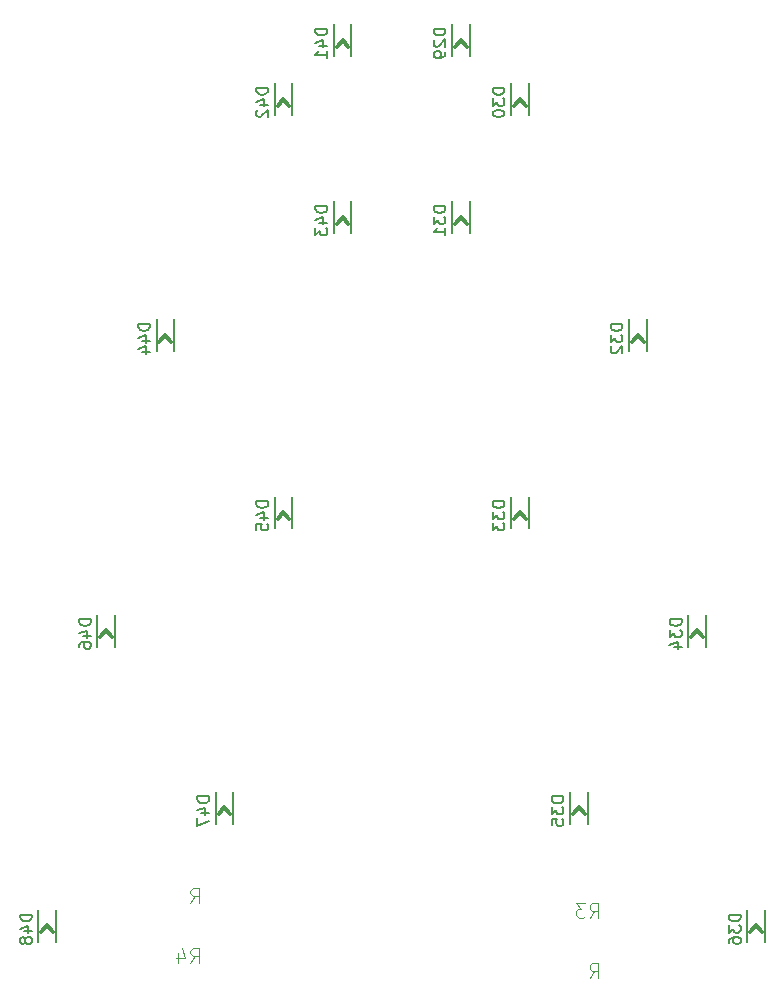
<source format=gbr>
G04 #@! TF.FileFunction,Legend,Bot*
%FSLAX46Y46*%
G04 Gerber Fmt 4.6, Leading zero omitted, Abs format (unit mm)*
G04 Created by KiCad (PCBNEW 4.0.4-stable) date 12/14/16 08:21:57*
%MOMM*%
%LPD*%
G01*
G04 APERTURE LIST*
%ADD10C,0.100000*%
%ADD11C,0.300000*%
%ADD12C,0.150000*%
%ADD13C,0.101600*%
G04 APERTURE END LIST*
D10*
D11*
X55000000Y-14700000D02*
X55500000Y-15300000D01*
X55000000Y-14700000D02*
X54500000Y-15300000D01*
D12*
X55750000Y-13400000D02*
X55750000Y-16100000D01*
X54250000Y-13400000D02*
X54250000Y-16100000D01*
D11*
X60000000Y-19700000D02*
X60500000Y-20300000D01*
X60000000Y-19700000D02*
X59500000Y-20300000D01*
D12*
X60750000Y-18400000D02*
X60750000Y-21100000D01*
X59250000Y-18400000D02*
X59250000Y-21100000D01*
D11*
X55000000Y-29700000D02*
X55500000Y-30300000D01*
X55000000Y-29700000D02*
X54500000Y-30300000D01*
D12*
X55750000Y-28400000D02*
X55750000Y-31100000D01*
X54250000Y-28400000D02*
X54250000Y-31100000D01*
D11*
X70000000Y-39700000D02*
X70500000Y-40300000D01*
X70000000Y-39700000D02*
X69500000Y-40300000D01*
D12*
X70750000Y-38400000D02*
X70750000Y-41100000D01*
X69250000Y-38400000D02*
X69250000Y-41100000D01*
D11*
X60000000Y-54700000D02*
X60500000Y-55300000D01*
X60000000Y-54700000D02*
X59500000Y-55300000D01*
D12*
X60750000Y-53400000D02*
X60750000Y-56100000D01*
X59250000Y-53400000D02*
X59250000Y-56100000D01*
D11*
X75000000Y-64700000D02*
X75500000Y-65300000D01*
X75000000Y-64700000D02*
X74500000Y-65300000D01*
D12*
X75750000Y-63400000D02*
X75750000Y-66100000D01*
X74250000Y-63400000D02*
X74250000Y-66100000D01*
D11*
X65000000Y-79700000D02*
X65500000Y-80300000D01*
X65000000Y-79700000D02*
X64500000Y-80300000D01*
D12*
X65750000Y-78400000D02*
X65750000Y-81100000D01*
X64250000Y-78400000D02*
X64250000Y-81100000D01*
D11*
X80000000Y-89700000D02*
X80500000Y-90300000D01*
X80000000Y-89700000D02*
X79500000Y-90300000D01*
D12*
X80750000Y-88400000D02*
X80750000Y-91100000D01*
X79250000Y-88400000D02*
X79250000Y-91100000D01*
D11*
X45000000Y-14700000D02*
X45500000Y-15300000D01*
X45000000Y-14700000D02*
X44500000Y-15300000D01*
D12*
X45750000Y-13400000D02*
X45750000Y-16100000D01*
X44250000Y-13400000D02*
X44250000Y-16100000D01*
D11*
X40000000Y-19700000D02*
X40500000Y-20300000D01*
X40000000Y-19700000D02*
X39500000Y-20300000D01*
D12*
X40750000Y-18400000D02*
X40750000Y-21100000D01*
X39250000Y-18400000D02*
X39250000Y-21100000D01*
D11*
X45000000Y-29700000D02*
X45500000Y-30300000D01*
X45000000Y-29700000D02*
X44500000Y-30300000D01*
D12*
X45750000Y-28400000D02*
X45750000Y-31100000D01*
X44250000Y-28400000D02*
X44250000Y-31100000D01*
D11*
X30000000Y-39700000D02*
X30500000Y-40300000D01*
X30000000Y-39700000D02*
X29500000Y-40300000D01*
D12*
X30750000Y-38400000D02*
X30750000Y-41100000D01*
X29250000Y-38400000D02*
X29250000Y-41100000D01*
D11*
X40000000Y-54700000D02*
X40500000Y-55300000D01*
X40000000Y-54700000D02*
X39500000Y-55300000D01*
D12*
X40750000Y-53400000D02*
X40750000Y-56100000D01*
X39250000Y-53400000D02*
X39250000Y-56100000D01*
D11*
X25000000Y-64700000D02*
X25500000Y-65300000D01*
X25000000Y-64700000D02*
X24500000Y-65300000D01*
D12*
X25750000Y-63400000D02*
X25750000Y-66100000D01*
X24250000Y-63400000D02*
X24250000Y-66100000D01*
D11*
X35000000Y-79700000D02*
X35500000Y-80300000D01*
X35000000Y-79700000D02*
X34500000Y-80300000D01*
D12*
X35750000Y-78400000D02*
X35750000Y-81100000D01*
X34250000Y-78400000D02*
X34250000Y-81100000D01*
D11*
X20000000Y-89700000D02*
X20500000Y-90300000D01*
X20000000Y-89700000D02*
X19500000Y-90300000D01*
D12*
X20750000Y-88400000D02*
X20750000Y-91100000D01*
X19250000Y-88400000D02*
X19250000Y-91100000D01*
X53702381Y-13785714D02*
X52702381Y-13785714D01*
X52702381Y-14023809D01*
X52750000Y-14166667D01*
X52845238Y-14261905D01*
X52940476Y-14309524D01*
X53130952Y-14357143D01*
X53273810Y-14357143D01*
X53464286Y-14309524D01*
X53559524Y-14261905D01*
X53654762Y-14166667D01*
X53702381Y-14023809D01*
X53702381Y-13785714D01*
X52797619Y-14738095D02*
X52750000Y-14785714D01*
X52702381Y-14880952D01*
X52702381Y-15119048D01*
X52750000Y-15214286D01*
X52797619Y-15261905D01*
X52892857Y-15309524D01*
X52988095Y-15309524D01*
X53130952Y-15261905D01*
X53702381Y-14690476D01*
X53702381Y-15309524D01*
X53702381Y-15785714D02*
X53702381Y-15976190D01*
X53654762Y-16071429D01*
X53607143Y-16119048D01*
X53464286Y-16214286D01*
X53273810Y-16261905D01*
X52892857Y-16261905D01*
X52797619Y-16214286D01*
X52750000Y-16166667D01*
X52702381Y-16071429D01*
X52702381Y-15880952D01*
X52750000Y-15785714D01*
X52797619Y-15738095D01*
X52892857Y-15690476D01*
X53130952Y-15690476D01*
X53226190Y-15738095D01*
X53273810Y-15785714D01*
X53321429Y-15880952D01*
X53321429Y-16071429D01*
X53273810Y-16166667D01*
X53226190Y-16214286D01*
X53130952Y-16261905D01*
X58702381Y-18785714D02*
X57702381Y-18785714D01*
X57702381Y-19023809D01*
X57750000Y-19166667D01*
X57845238Y-19261905D01*
X57940476Y-19309524D01*
X58130952Y-19357143D01*
X58273810Y-19357143D01*
X58464286Y-19309524D01*
X58559524Y-19261905D01*
X58654762Y-19166667D01*
X58702381Y-19023809D01*
X58702381Y-18785714D01*
X57702381Y-19690476D02*
X57702381Y-20309524D01*
X58083333Y-19976190D01*
X58083333Y-20119048D01*
X58130952Y-20214286D01*
X58178571Y-20261905D01*
X58273810Y-20309524D01*
X58511905Y-20309524D01*
X58607143Y-20261905D01*
X58654762Y-20214286D01*
X58702381Y-20119048D01*
X58702381Y-19833333D01*
X58654762Y-19738095D01*
X58607143Y-19690476D01*
X57702381Y-20928571D02*
X57702381Y-21023810D01*
X57750000Y-21119048D01*
X57797619Y-21166667D01*
X57892857Y-21214286D01*
X58083333Y-21261905D01*
X58321429Y-21261905D01*
X58511905Y-21214286D01*
X58607143Y-21166667D01*
X58654762Y-21119048D01*
X58702381Y-21023810D01*
X58702381Y-20928571D01*
X58654762Y-20833333D01*
X58607143Y-20785714D01*
X58511905Y-20738095D01*
X58321429Y-20690476D01*
X58083333Y-20690476D01*
X57892857Y-20738095D01*
X57797619Y-20785714D01*
X57750000Y-20833333D01*
X57702381Y-20928571D01*
X53702381Y-28785714D02*
X52702381Y-28785714D01*
X52702381Y-29023809D01*
X52750000Y-29166667D01*
X52845238Y-29261905D01*
X52940476Y-29309524D01*
X53130952Y-29357143D01*
X53273810Y-29357143D01*
X53464286Y-29309524D01*
X53559524Y-29261905D01*
X53654762Y-29166667D01*
X53702381Y-29023809D01*
X53702381Y-28785714D01*
X52702381Y-29690476D02*
X52702381Y-30309524D01*
X53083333Y-29976190D01*
X53083333Y-30119048D01*
X53130952Y-30214286D01*
X53178571Y-30261905D01*
X53273810Y-30309524D01*
X53511905Y-30309524D01*
X53607143Y-30261905D01*
X53654762Y-30214286D01*
X53702381Y-30119048D01*
X53702381Y-29833333D01*
X53654762Y-29738095D01*
X53607143Y-29690476D01*
X53702381Y-31261905D02*
X53702381Y-30690476D01*
X53702381Y-30976190D02*
X52702381Y-30976190D01*
X52845238Y-30880952D01*
X52940476Y-30785714D01*
X52988095Y-30690476D01*
X68702381Y-38785714D02*
X67702381Y-38785714D01*
X67702381Y-39023809D01*
X67750000Y-39166667D01*
X67845238Y-39261905D01*
X67940476Y-39309524D01*
X68130952Y-39357143D01*
X68273810Y-39357143D01*
X68464286Y-39309524D01*
X68559524Y-39261905D01*
X68654762Y-39166667D01*
X68702381Y-39023809D01*
X68702381Y-38785714D01*
X67702381Y-39690476D02*
X67702381Y-40309524D01*
X68083333Y-39976190D01*
X68083333Y-40119048D01*
X68130952Y-40214286D01*
X68178571Y-40261905D01*
X68273810Y-40309524D01*
X68511905Y-40309524D01*
X68607143Y-40261905D01*
X68654762Y-40214286D01*
X68702381Y-40119048D01*
X68702381Y-39833333D01*
X68654762Y-39738095D01*
X68607143Y-39690476D01*
X67797619Y-40690476D02*
X67750000Y-40738095D01*
X67702381Y-40833333D01*
X67702381Y-41071429D01*
X67750000Y-41166667D01*
X67797619Y-41214286D01*
X67892857Y-41261905D01*
X67988095Y-41261905D01*
X68130952Y-41214286D01*
X68702381Y-40642857D01*
X68702381Y-41261905D01*
X58702381Y-53785714D02*
X57702381Y-53785714D01*
X57702381Y-54023809D01*
X57750000Y-54166667D01*
X57845238Y-54261905D01*
X57940476Y-54309524D01*
X58130952Y-54357143D01*
X58273810Y-54357143D01*
X58464286Y-54309524D01*
X58559524Y-54261905D01*
X58654762Y-54166667D01*
X58702381Y-54023809D01*
X58702381Y-53785714D01*
X57702381Y-54690476D02*
X57702381Y-55309524D01*
X58083333Y-54976190D01*
X58083333Y-55119048D01*
X58130952Y-55214286D01*
X58178571Y-55261905D01*
X58273810Y-55309524D01*
X58511905Y-55309524D01*
X58607143Y-55261905D01*
X58654762Y-55214286D01*
X58702381Y-55119048D01*
X58702381Y-54833333D01*
X58654762Y-54738095D01*
X58607143Y-54690476D01*
X57702381Y-55642857D02*
X57702381Y-56261905D01*
X58083333Y-55928571D01*
X58083333Y-56071429D01*
X58130952Y-56166667D01*
X58178571Y-56214286D01*
X58273810Y-56261905D01*
X58511905Y-56261905D01*
X58607143Y-56214286D01*
X58654762Y-56166667D01*
X58702381Y-56071429D01*
X58702381Y-55785714D01*
X58654762Y-55690476D01*
X58607143Y-55642857D01*
X73702381Y-63785714D02*
X72702381Y-63785714D01*
X72702381Y-64023809D01*
X72750000Y-64166667D01*
X72845238Y-64261905D01*
X72940476Y-64309524D01*
X73130952Y-64357143D01*
X73273810Y-64357143D01*
X73464286Y-64309524D01*
X73559524Y-64261905D01*
X73654762Y-64166667D01*
X73702381Y-64023809D01*
X73702381Y-63785714D01*
X72702381Y-64690476D02*
X72702381Y-65309524D01*
X73083333Y-64976190D01*
X73083333Y-65119048D01*
X73130952Y-65214286D01*
X73178571Y-65261905D01*
X73273810Y-65309524D01*
X73511905Y-65309524D01*
X73607143Y-65261905D01*
X73654762Y-65214286D01*
X73702381Y-65119048D01*
X73702381Y-64833333D01*
X73654762Y-64738095D01*
X73607143Y-64690476D01*
X73035714Y-66166667D02*
X73702381Y-66166667D01*
X72654762Y-65928571D02*
X73369048Y-65690476D01*
X73369048Y-66309524D01*
X63702381Y-78785714D02*
X62702381Y-78785714D01*
X62702381Y-79023809D01*
X62750000Y-79166667D01*
X62845238Y-79261905D01*
X62940476Y-79309524D01*
X63130952Y-79357143D01*
X63273810Y-79357143D01*
X63464286Y-79309524D01*
X63559524Y-79261905D01*
X63654762Y-79166667D01*
X63702381Y-79023809D01*
X63702381Y-78785714D01*
X62702381Y-79690476D02*
X62702381Y-80309524D01*
X63083333Y-79976190D01*
X63083333Y-80119048D01*
X63130952Y-80214286D01*
X63178571Y-80261905D01*
X63273810Y-80309524D01*
X63511905Y-80309524D01*
X63607143Y-80261905D01*
X63654762Y-80214286D01*
X63702381Y-80119048D01*
X63702381Y-79833333D01*
X63654762Y-79738095D01*
X63607143Y-79690476D01*
X62702381Y-81214286D02*
X62702381Y-80738095D01*
X63178571Y-80690476D01*
X63130952Y-80738095D01*
X63083333Y-80833333D01*
X63083333Y-81071429D01*
X63130952Y-81166667D01*
X63178571Y-81214286D01*
X63273810Y-81261905D01*
X63511905Y-81261905D01*
X63607143Y-81214286D01*
X63654762Y-81166667D01*
X63702381Y-81071429D01*
X63702381Y-80833333D01*
X63654762Y-80738095D01*
X63607143Y-80690476D01*
X78702381Y-88785714D02*
X77702381Y-88785714D01*
X77702381Y-89023809D01*
X77750000Y-89166667D01*
X77845238Y-89261905D01*
X77940476Y-89309524D01*
X78130952Y-89357143D01*
X78273810Y-89357143D01*
X78464286Y-89309524D01*
X78559524Y-89261905D01*
X78654762Y-89166667D01*
X78702381Y-89023809D01*
X78702381Y-88785714D01*
X77702381Y-89690476D02*
X77702381Y-90309524D01*
X78083333Y-89976190D01*
X78083333Y-90119048D01*
X78130952Y-90214286D01*
X78178571Y-90261905D01*
X78273810Y-90309524D01*
X78511905Y-90309524D01*
X78607143Y-90261905D01*
X78654762Y-90214286D01*
X78702381Y-90119048D01*
X78702381Y-89833333D01*
X78654762Y-89738095D01*
X78607143Y-89690476D01*
X77702381Y-91166667D02*
X77702381Y-90976190D01*
X77750000Y-90880952D01*
X77797619Y-90833333D01*
X77940476Y-90738095D01*
X78130952Y-90690476D01*
X78511905Y-90690476D01*
X78607143Y-90738095D01*
X78654762Y-90785714D01*
X78702381Y-90880952D01*
X78702381Y-91071429D01*
X78654762Y-91166667D01*
X78607143Y-91214286D01*
X78511905Y-91261905D01*
X78273810Y-91261905D01*
X78178571Y-91214286D01*
X78130952Y-91166667D01*
X78083333Y-91071429D01*
X78083333Y-90880952D01*
X78130952Y-90785714D01*
X78178571Y-90738095D01*
X78273810Y-90690476D01*
X43702381Y-13785714D02*
X42702381Y-13785714D01*
X42702381Y-14023809D01*
X42750000Y-14166667D01*
X42845238Y-14261905D01*
X42940476Y-14309524D01*
X43130952Y-14357143D01*
X43273810Y-14357143D01*
X43464286Y-14309524D01*
X43559524Y-14261905D01*
X43654762Y-14166667D01*
X43702381Y-14023809D01*
X43702381Y-13785714D01*
X43035714Y-15214286D02*
X43702381Y-15214286D01*
X42654762Y-14976190D02*
X43369048Y-14738095D01*
X43369048Y-15357143D01*
X43702381Y-16261905D02*
X43702381Y-15690476D01*
X43702381Y-15976190D02*
X42702381Y-15976190D01*
X42845238Y-15880952D01*
X42940476Y-15785714D01*
X42988095Y-15690476D01*
X38702381Y-18785714D02*
X37702381Y-18785714D01*
X37702381Y-19023809D01*
X37750000Y-19166667D01*
X37845238Y-19261905D01*
X37940476Y-19309524D01*
X38130952Y-19357143D01*
X38273810Y-19357143D01*
X38464286Y-19309524D01*
X38559524Y-19261905D01*
X38654762Y-19166667D01*
X38702381Y-19023809D01*
X38702381Y-18785714D01*
X38035714Y-20214286D02*
X38702381Y-20214286D01*
X37654762Y-19976190D02*
X38369048Y-19738095D01*
X38369048Y-20357143D01*
X37797619Y-20690476D02*
X37750000Y-20738095D01*
X37702381Y-20833333D01*
X37702381Y-21071429D01*
X37750000Y-21166667D01*
X37797619Y-21214286D01*
X37892857Y-21261905D01*
X37988095Y-21261905D01*
X38130952Y-21214286D01*
X38702381Y-20642857D01*
X38702381Y-21261905D01*
X43702381Y-28785714D02*
X42702381Y-28785714D01*
X42702381Y-29023809D01*
X42750000Y-29166667D01*
X42845238Y-29261905D01*
X42940476Y-29309524D01*
X43130952Y-29357143D01*
X43273810Y-29357143D01*
X43464286Y-29309524D01*
X43559524Y-29261905D01*
X43654762Y-29166667D01*
X43702381Y-29023809D01*
X43702381Y-28785714D01*
X43035714Y-30214286D02*
X43702381Y-30214286D01*
X42654762Y-29976190D02*
X43369048Y-29738095D01*
X43369048Y-30357143D01*
X42702381Y-30642857D02*
X42702381Y-31261905D01*
X43083333Y-30928571D01*
X43083333Y-31071429D01*
X43130952Y-31166667D01*
X43178571Y-31214286D01*
X43273810Y-31261905D01*
X43511905Y-31261905D01*
X43607143Y-31214286D01*
X43654762Y-31166667D01*
X43702381Y-31071429D01*
X43702381Y-30785714D01*
X43654762Y-30690476D01*
X43607143Y-30642857D01*
X28702381Y-38785714D02*
X27702381Y-38785714D01*
X27702381Y-39023809D01*
X27750000Y-39166667D01*
X27845238Y-39261905D01*
X27940476Y-39309524D01*
X28130952Y-39357143D01*
X28273810Y-39357143D01*
X28464286Y-39309524D01*
X28559524Y-39261905D01*
X28654762Y-39166667D01*
X28702381Y-39023809D01*
X28702381Y-38785714D01*
X28035714Y-40214286D02*
X28702381Y-40214286D01*
X27654762Y-39976190D02*
X28369048Y-39738095D01*
X28369048Y-40357143D01*
X28035714Y-41166667D02*
X28702381Y-41166667D01*
X27654762Y-40928571D02*
X28369048Y-40690476D01*
X28369048Y-41309524D01*
X38702381Y-53785714D02*
X37702381Y-53785714D01*
X37702381Y-54023809D01*
X37750000Y-54166667D01*
X37845238Y-54261905D01*
X37940476Y-54309524D01*
X38130952Y-54357143D01*
X38273810Y-54357143D01*
X38464286Y-54309524D01*
X38559524Y-54261905D01*
X38654762Y-54166667D01*
X38702381Y-54023809D01*
X38702381Y-53785714D01*
X38035714Y-55214286D02*
X38702381Y-55214286D01*
X37654762Y-54976190D02*
X38369048Y-54738095D01*
X38369048Y-55357143D01*
X37702381Y-56214286D02*
X37702381Y-55738095D01*
X38178571Y-55690476D01*
X38130952Y-55738095D01*
X38083333Y-55833333D01*
X38083333Y-56071429D01*
X38130952Y-56166667D01*
X38178571Y-56214286D01*
X38273810Y-56261905D01*
X38511905Y-56261905D01*
X38607143Y-56214286D01*
X38654762Y-56166667D01*
X38702381Y-56071429D01*
X38702381Y-55833333D01*
X38654762Y-55738095D01*
X38607143Y-55690476D01*
X23702381Y-63785714D02*
X22702381Y-63785714D01*
X22702381Y-64023809D01*
X22750000Y-64166667D01*
X22845238Y-64261905D01*
X22940476Y-64309524D01*
X23130952Y-64357143D01*
X23273810Y-64357143D01*
X23464286Y-64309524D01*
X23559524Y-64261905D01*
X23654762Y-64166667D01*
X23702381Y-64023809D01*
X23702381Y-63785714D01*
X23035714Y-65214286D02*
X23702381Y-65214286D01*
X22654762Y-64976190D02*
X23369048Y-64738095D01*
X23369048Y-65357143D01*
X22702381Y-66166667D02*
X22702381Y-65976190D01*
X22750000Y-65880952D01*
X22797619Y-65833333D01*
X22940476Y-65738095D01*
X23130952Y-65690476D01*
X23511905Y-65690476D01*
X23607143Y-65738095D01*
X23654762Y-65785714D01*
X23702381Y-65880952D01*
X23702381Y-66071429D01*
X23654762Y-66166667D01*
X23607143Y-66214286D01*
X23511905Y-66261905D01*
X23273810Y-66261905D01*
X23178571Y-66214286D01*
X23130952Y-66166667D01*
X23083333Y-66071429D01*
X23083333Y-65880952D01*
X23130952Y-65785714D01*
X23178571Y-65738095D01*
X23273810Y-65690476D01*
X33702381Y-78785714D02*
X32702381Y-78785714D01*
X32702381Y-79023809D01*
X32750000Y-79166667D01*
X32845238Y-79261905D01*
X32940476Y-79309524D01*
X33130952Y-79357143D01*
X33273810Y-79357143D01*
X33464286Y-79309524D01*
X33559524Y-79261905D01*
X33654762Y-79166667D01*
X33702381Y-79023809D01*
X33702381Y-78785714D01*
X33035714Y-80214286D02*
X33702381Y-80214286D01*
X32654762Y-79976190D02*
X33369048Y-79738095D01*
X33369048Y-80357143D01*
X32702381Y-80642857D02*
X32702381Y-81309524D01*
X33702381Y-80880952D01*
X18702381Y-88785714D02*
X17702381Y-88785714D01*
X17702381Y-89023809D01*
X17750000Y-89166667D01*
X17845238Y-89261905D01*
X17940476Y-89309524D01*
X18130952Y-89357143D01*
X18273810Y-89357143D01*
X18464286Y-89309524D01*
X18559524Y-89261905D01*
X18654762Y-89166667D01*
X18702381Y-89023809D01*
X18702381Y-88785714D01*
X18035714Y-90214286D02*
X18702381Y-90214286D01*
X17654762Y-89976190D02*
X18369048Y-89738095D01*
X18369048Y-90357143D01*
X18130952Y-90880952D02*
X18083333Y-90785714D01*
X18035714Y-90738095D01*
X17940476Y-90690476D01*
X17892857Y-90690476D01*
X17797619Y-90738095D01*
X17750000Y-90785714D01*
X17702381Y-90880952D01*
X17702381Y-91071429D01*
X17750000Y-91166667D01*
X17797619Y-91214286D01*
X17892857Y-91261905D01*
X17940476Y-91261905D01*
X18035714Y-91214286D01*
X18083333Y-91166667D01*
X18130952Y-91071429D01*
X18130952Y-90880952D01*
X18178571Y-90785714D01*
X18226190Y-90738095D01*
X18321429Y-90690476D01*
X18511905Y-90690476D01*
X18607143Y-90738095D01*
X18654762Y-90785714D01*
X18702381Y-90880952D01*
X18702381Y-91071429D01*
X18654762Y-91166667D01*
X18607143Y-91214286D01*
X18511905Y-91261905D01*
X18321429Y-91261905D01*
X18226190Y-91214286D01*
X18178571Y-91166667D01*
X18130952Y-91071429D01*
D13*
X65928310Y-89037548D02*
X66330476Y-88463024D01*
X66617738Y-89037548D02*
X66617738Y-87831048D01*
X66158119Y-87831048D01*
X66043214Y-87888500D01*
X65985762Y-87945952D01*
X65928310Y-88060857D01*
X65928310Y-88233214D01*
X65985762Y-88348119D01*
X66043214Y-88405571D01*
X66158119Y-88463024D01*
X66617738Y-88463024D01*
X65526143Y-87831048D02*
X64779262Y-87831048D01*
X65181429Y-88290667D01*
X65009071Y-88290667D01*
X64894167Y-88348119D01*
X64836714Y-88405571D01*
X64779262Y-88520476D01*
X64779262Y-88807738D01*
X64836714Y-88922643D01*
X64894167Y-88980095D01*
X65009071Y-89037548D01*
X65353786Y-89037548D01*
X65468690Y-88980095D01*
X65526143Y-88922643D01*
X65928310Y-94117548D02*
X66330476Y-93543024D01*
X66617738Y-94117548D02*
X66617738Y-92911048D01*
X66158119Y-92911048D01*
X66043214Y-92968500D01*
X65985762Y-93025952D01*
X65928310Y-93140857D01*
X65928310Y-93313214D01*
X65985762Y-93428119D01*
X66043214Y-93485571D01*
X66158119Y-93543024D01*
X66617738Y-93543024D01*
X32118310Y-92847548D02*
X32520476Y-92273024D01*
X32807738Y-92847548D02*
X32807738Y-91641048D01*
X32348119Y-91641048D01*
X32233214Y-91698500D01*
X32175762Y-91755952D01*
X32118310Y-91870857D01*
X32118310Y-92043214D01*
X32175762Y-92158119D01*
X32233214Y-92215571D01*
X32348119Y-92273024D01*
X32807738Y-92273024D01*
X31084167Y-92043214D02*
X31084167Y-92847548D01*
X31371429Y-91583595D02*
X31658690Y-92445381D01*
X30911810Y-92445381D01*
X32118310Y-87767548D02*
X32520476Y-87193024D01*
X32807738Y-87767548D02*
X32807738Y-86561048D01*
X32348119Y-86561048D01*
X32233214Y-86618500D01*
X32175762Y-86675952D01*
X32118310Y-86790857D01*
X32118310Y-86963214D01*
X32175762Y-87078119D01*
X32233214Y-87135571D01*
X32348119Y-87193024D01*
X32807738Y-87193024D01*
M02*

</source>
